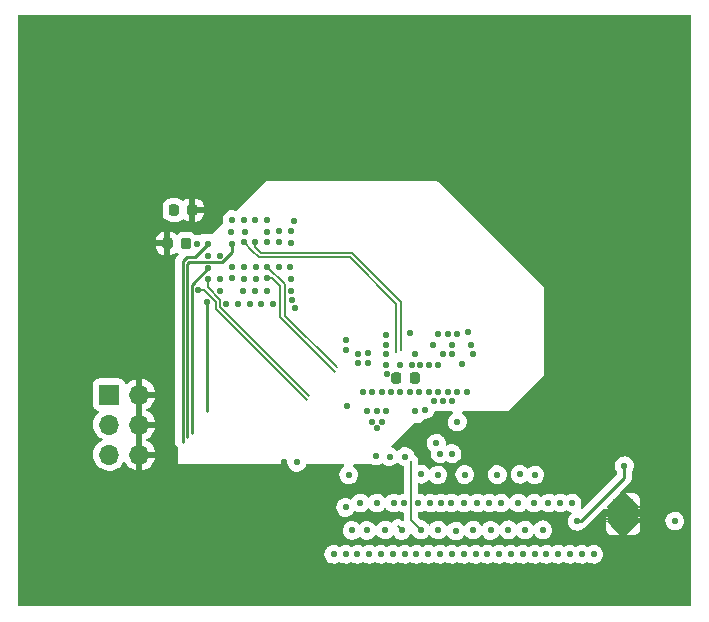
<source format=gbr>
%TF.GenerationSoftware,KiCad,Pcbnew,(5.99.0-3097-g8601b1e63)*%
%TF.CreationDate,2020-09-03T20:39:06+02:00*%
%TF.ProjectId,FD3,4644332e-6b69-4636-9164-5f7063625858,rev?*%
%TF.SameCoordinates,Original*%
%TF.FileFunction,Copper,L6,Bot*%
%TF.FilePolarity,Positive*%
%FSLAX46Y46*%
G04 Gerber Fmt 4.6, Leading zero omitted, Abs format (unit mm)*
G04 Created by KiCad (PCBNEW (5.99.0-3097-g8601b1e63)) date 2020-09-03 20:39:06*
%MOMM*%
%LPD*%
G01*
G04 APERTURE LIST*
%TA.AperFunction,ComponentPad*%
%ADD10R,1.700000X1.700000*%
%TD*%
%TA.AperFunction,ComponentPad*%
%ADD11O,1.700000X1.700000*%
%TD*%
%TA.AperFunction,ComponentPad*%
%ADD12C,0.500000*%
%TD*%
%TA.AperFunction,SMDPad,CuDef*%
%ADD13R,1.800000X2.500000*%
%TD*%
%TA.AperFunction,ViaPad*%
%ADD14C,0.560000*%
%TD*%
%TA.AperFunction,Conductor*%
%ADD15C,0.250000*%
%TD*%
%TA.AperFunction,Conductor*%
%ADD16C,0.244000*%
%TD*%
%TA.AperFunction,Conductor*%
%ADD17C,0.160000*%
%TD*%
%TA.AperFunction,Conductor*%
%ADD18C,0.200000*%
%TD*%
G04 APERTURE END LIST*
D10*
%TO.P,J33,1,Pin_1*%
%TO.N,/fgpa-logic/m0*%
X172712500Y-74100000D03*
D11*
%TO.P,J33,2,Pin_2*%
%TO.N,GND*%
X175252500Y-74100000D03*
%TO.P,J33,3,Pin_3*%
%TO.N,/fgpa-logic/m1*%
X172712500Y-76640000D03*
%TO.P,J33,4,Pin_4*%
%TO.N,GND*%
X175252500Y-76640000D03*
%TO.P,J33,5,Pin_5*%
%TO.N,/fgpa-logic/m2*%
X172712500Y-79180000D03*
%TO.P,J33,6,Pin_6*%
%TO.N,GND*%
X175252500Y-79180000D03*
%TD*%
D12*
%TO.P,U10,9,GND/TPAD*%
%TO.N,GND*%
X215580102Y-83225000D03*
D13*
X216230102Y-84225000D03*
D12*
X216880102Y-85225000D03*
X216880102Y-84225000D03*
X215580102Y-84225000D03*
X216880102Y-83225000D03*
X215580102Y-85225000D03*
%TD*%
%TO.P,C73,1*%
%TO.N,VCCDDR_1.35V*%
%TA.AperFunction,SMDPad,CuDef*%
G36*
G01*
X177747500Y-58736250D02*
X177747500Y-58223750D01*
G75*
G02*
X177966250Y-58005000I218750J0D01*
G01*
X178403750Y-58005000D01*
G75*
G02*
X178622500Y-58223750I0J-218750D01*
G01*
X178622500Y-58736250D01*
G75*
G02*
X178403750Y-58955000I-218750J0D01*
G01*
X177966250Y-58955000D01*
G75*
G02*
X177747500Y-58736250I0J218750D01*
G01*
G37*
%TD.AperFunction*%
%TO.P,C73,2*%
%TO.N,GND*%
%TA.AperFunction,SMDPad,CuDef*%
G36*
G01*
X179322500Y-58736250D02*
X179322500Y-58223750D01*
G75*
G02*
X179541250Y-58005000I218750J0D01*
G01*
X179978750Y-58005000D01*
G75*
G02*
X180197500Y-58223750I0J-218750D01*
G01*
X180197500Y-58736250D01*
G75*
G02*
X179978750Y-58955000I-218750J0D01*
G01*
X179541250Y-58955000D01*
G75*
G02*
X179322500Y-58736250I0J218750D01*
G01*
G37*
%TD.AperFunction*%
%TD*%
%TO.P,C74,1*%
%TO.N,VCCDDR_1.35V*%
%TA.AperFunction,SMDPad,CuDef*%
G36*
G01*
X179655000Y-61043750D02*
X179655000Y-61556250D01*
G75*
G02*
X179436250Y-61775000I-218750J0D01*
G01*
X178998750Y-61775000D01*
G75*
G02*
X178780000Y-61556250I0J218750D01*
G01*
X178780000Y-61043750D01*
G75*
G02*
X178998750Y-60825000I218750J0D01*
G01*
X179436250Y-60825000D01*
G75*
G02*
X179655000Y-61043750I0J-218750D01*
G01*
G37*
%TD.AperFunction*%
%TO.P,C74,2*%
%TO.N,GND*%
%TA.AperFunction,SMDPad,CuDef*%
G36*
G01*
X178080000Y-61043750D02*
X178080000Y-61556250D01*
G75*
G02*
X177861250Y-61775000I-218750J0D01*
G01*
X177423750Y-61775000D01*
G75*
G02*
X177205000Y-61556250I0J218750D01*
G01*
X177205000Y-61043750D01*
G75*
G02*
X177423750Y-60825000I218750J0D01*
G01*
X177861250Y-60825000D01*
G75*
G02*
X178080000Y-61043750I0J-218750D01*
G01*
G37*
%TD.AperFunction*%
%TD*%
%TO.P,R88,1*%
%TO.N,DDR_CK_N*%
%TA.AperFunction,SMDPad,CuDef*%
G36*
G01*
X199037500Y-72443750D02*
X199037500Y-72956250D01*
G75*
G02*
X198818750Y-73175000I-218750J0D01*
G01*
X198381250Y-73175000D01*
G75*
G02*
X198162500Y-72956250I0J218750D01*
G01*
X198162500Y-72443750D01*
G75*
G02*
X198381250Y-72225000I218750J0D01*
G01*
X198818750Y-72225000D01*
G75*
G02*
X199037500Y-72443750I0J-218750D01*
G01*
G37*
%TD.AperFunction*%
%TO.P,R88,2*%
%TO.N,DDR_CK_P*%
%TA.AperFunction,SMDPad,CuDef*%
G36*
G01*
X197462500Y-72443750D02*
X197462500Y-72956250D01*
G75*
G02*
X197243750Y-73175000I-218750J0D01*
G01*
X196806250Y-73175000D01*
G75*
G02*
X196587500Y-72956250I0J218750D01*
G01*
X196587500Y-72443750D01*
G75*
G02*
X196806250Y-72225000I218750J0D01*
G01*
X197243750Y-72225000D01*
G75*
G02*
X197462500Y-72443750I0J-218750D01*
G01*
G37*
%TD.AperFunction*%
%TD*%
D14*
%TO.N,GND*%
X188480000Y-66790000D03*
X183080000Y-63330000D03*
X176040000Y-60290000D03*
X201380000Y-68930000D03*
X203070000Y-68840000D03*
X187500000Y-79800000D03*
X216721033Y-76275000D03*
X199725000Y-77325000D03*
X192770000Y-70290000D03*
X215596033Y-74575000D03*
X196160000Y-69880000D03*
X216196033Y-75350000D03*
X186100000Y-61200000D03*
X195800000Y-76410000D03*
X190000000Y-54000000D03*
X201300000Y-77300000D03*
X183590000Y-66410000D03*
X175070000Y-61330000D03*
%TO.N,VCCDDR_1.35V*%
X202180000Y-76400000D03*
X196210000Y-72350000D03*
X196180000Y-75460000D03*
X200580000Y-68930000D03*
X185110000Y-64310000D03*
X202180000Y-68930000D03*
X180140000Y-61340000D03*
X196160000Y-69070000D03*
X192820000Y-75090000D03*
X200425000Y-78225000D03*
X198590000Y-70670000D03*
X194980000Y-76420000D03*
X188040000Y-63300000D03*
X192780000Y-69450000D03*
X182110000Y-65290000D03*
X184200000Y-60300000D03*
%TO.N,+5V*%
X220600000Y-84800000D03*
%TO.N,VCCDDR_1.35V_VREF*%
X196800000Y-83275000D03*
X192730102Y-87625000D03*
X194730102Y-87625000D03*
X203730102Y-87625000D03*
X210900000Y-83275000D03*
X197670000Y-83290000D03*
X199900000Y-83275000D03*
X213730102Y-87625000D03*
X200730102Y-87625000D03*
X196730102Y-87625000D03*
X198730102Y-87625000D03*
X192750000Y-83650000D03*
X201730102Y-87625000D03*
X210730102Y-87625000D03*
X195730102Y-87625000D03*
X209900000Y-83275000D03*
X212730102Y-87625000D03*
X208730102Y-87625000D03*
X204875000Y-83275000D03*
X193975000Y-83275000D03*
X199730102Y-87625000D03*
X204730102Y-87625000D03*
X211730102Y-87625000D03*
X195350000Y-83275000D03*
X206730102Y-87625000D03*
X203875000Y-83275000D03*
X208675000Y-83275000D03*
X205730102Y-87625000D03*
X207730102Y-87625000D03*
X205875000Y-83275000D03*
X201675000Y-83275000D03*
X211900000Y-83275000D03*
X198900000Y-83275000D03*
X202730102Y-87625000D03*
X200775000Y-83275000D03*
X209730102Y-87625000D03*
X207350000Y-83275000D03*
X197730102Y-87625000D03*
X191730102Y-87625000D03*
X193730102Y-87625000D03*
X202725000Y-83275000D03*
%TO.N,Net-(R42-Pad1)*%
X212330102Y-84825000D03*
X216330102Y-80125000D03*
%TO.N,DDR_NWE*%
X183110000Y-61310000D03*
X198970000Y-73850000D03*
X193000000Y-80900000D03*
%TO.N,DDR_NRAS*%
X197370000Y-73850000D03*
X180990000Y-66270000D03*
X195300000Y-79300000D03*
%TO.N,DDR_A0*%
X199100000Y-85550000D03*
X200570000Y-73850000D03*
X187100000Y-60270000D03*
%TO.N,DDR_A1*%
X205575000Y-80875000D03*
X200980000Y-70670000D03*
X187090000Y-63280000D03*
%TO.N,DDR_A2*%
X188400000Y-59369999D03*
X201750000Y-79100000D03*
X201370000Y-73850000D03*
%TO.N,DDR_A3*%
X200180000Y-74660000D03*
X200750000Y-79100000D03*
X183110000Y-59280000D03*
%TO.N,DDR_A4*%
X201780000Y-69870000D03*
X206500000Y-85550000D03*
X187100000Y-61190000D03*
%TO.N,DDR_A5*%
X184100000Y-59290000D03*
X200970000Y-74670000D03*
X202050000Y-85650000D03*
%TO.N,DDR_A6*%
X207500000Y-80850000D03*
X201780000Y-70670000D03*
X188130000Y-61260000D03*
%TO.N,DDR_A7*%
X185100000Y-59280000D03*
X203525000Y-85575000D03*
X201780000Y-74660000D03*
%TO.N,DDR_A8*%
X209425000Y-85550000D03*
X203361851Y-69885802D03*
X182070000Y-62330000D03*
%TO.N,DDR_A9*%
X202170000Y-73850000D03*
X186090000Y-60300000D03*
X202825000Y-80875000D03*
%TO.N,DDR_A10*%
X199000000Y-71620000D03*
X186600000Y-66450000D03*
X196475000Y-79350000D03*
%TO.N,DDR_A11*%
X202570000Y-71530000D03*
X207900000Y-85575000D03*
X181070000Y-62330000D03*
%TO.N,DDR_A12*%
X188100000Y-65350000D03*
X199125000Y-80850000D03*
X200590000Y-71620000D03*
%TO.N,DDR_A13*%
X202970000Y-73850000D03*
X205025000Y-85600000D03*
X186110000Y-59310000D03*
%TO.N,DDR_A14*%
X188140000Y-60280000D03*
X203475000Y-70625000D03*
X203475000Y-70625000D03*
X208750000Y-80900000D03*
%TO.N,DDR_A15*%
X199760000Y-71620000D03*
X188200000Y-66110000D03*
X196075000Y-85575000D03*
%TO.N,DDR_ODT*%
X195425000Y-76925000D03*
X184130000Y-64340000D03*
X188625000Y-79850000D03*
%TO.N,DDR_CKE*%
X198180000Y-68900000D03*
X193300000Y-85600000D03*
%TO.N,DDR_NCS*%
X181110000Y-61330000D03*
X197775000Y-79350000D03*
X198580000Y-75460000D03*
%TO.N,DDR_NCAS*%
X181100000Y-63380000D03*
X194550000Y-85600000D03*
X198170000Y-73850000D03*
%TO.N,DDR_DQ5*%
X196180000Y-70680000D03*
X185070000Y-65330000D03*
%TO.N,DDR_DQ6*%
X182100000Y-64340000D03*
X195380000Y-75460000D03*
%TO.N,DDR_DQ0*%
X184070000Y-65290000D03*
X194170000Y-73850000D03*
%TO.N,DDR_DQ3*%
X194640000Y-70610000D03*
X186110000Y-65310000D03*
%TO.N,DDR_BA1*%
X185120000Y-63320000D03*
X200160000Y-69870000D03*
X197500000Y-85600000D03*
%TO.N,DDR_DQ4*%
X183100000Y-64200000D03*
X196570000Y-73850000D03*
%TO.N,DDR_BA2*%
X200525000Y-80900000D03*
X184100000Y-63270000D03*
X199770000Y-73850000D03*
%TO.N,DDR_DQ2*%
X194580000Y-75460000D03*
X182610000Y-66450000D03*
%TO.N,DDR_DQ1*%
X194610000Y-71460000D03*
X185600000Y-66460000D03*
%TO.N,DDR_DQ7*%
X196190000Y-71560000D03*
X184600000Y-66440000D03*
%TO.N,DDR_BA0*%
X188080000Y-64330000D03*
X199480000Y-75370000D03*
X200550000Y-85575000D03*
%TO.N,DDR_CK_P*%
X184100000Y-61190000D03*
X197370000Y-71630000D03*
%TO.N,DDR_CK_N*%
X198320000Y-71620000D03*
X185100000Y-61200000D03*
%TO.N,DDR_DQS_P*%
X181050000Y-64340000D03*
X194970000Y-73850000D03*
%TO.N,DDR_DQS_N*%
X195770000Y-73850000D03*
X180200000Y-65260000D03*
%TO.N,Net-(U11-PadU6)*%
X183060000Y-60350000D03*
%TO.N,DDR_TDQS_N*%
X193790000Y-71460000D03*
X186090000Y-64220000D03*
%TO.N,DDR_TDQS_P*%
X186110000Y-63300000D03*
X193780000Y-70660000D03*
%TD*%
D15*
%TO.N,GND*%
X175070000Y-61330000D02*
X175070000Y-61260000D01*
X175100000Y-61300000D02*
X175070000Y-61330000D01*
X177642500Y-61300000D02*
X175100000Y-61300000D01*
X175070000Y-61260000D02*
X176040000Y-60290000D01*
%TO.N,Net-(R42-Pad1)*%
X212330102Y-84825000D02*
X212630102Y-84825000D01*
X212630102Y-84825000D02*
X216330102Y-81125000D01*
X216330102Y-81125000D02*
X216330102Y-80125000D01*
D16*
%TO.N,DDR_NWE*%
X182264963Y-62877999D02*
X183110000Y-62032962D01*
X179310000Y-77720000D02*
X179310000Y-63040000D01*
X183110000Y-62032962D02*
X183110000Y-61310000D01*
X179472001Y-62877999D02*
X182264963Y-62877999D01*
X179310000Y-63040000D02*
X179472001Y-62877999D01*
%TO.N,DDR_NRAS*%
X180990000Y-66270000D02*
X180990000Y-75460000D01*
D17*
%TO.N,DDR_A0*%
X199100000Y-85550000D02*
X198300000Y-84750000D01*
X198300000Y-84750000D02*
X198300000Y-79743002D01*
D16*
%TO.N,DDR_NCS*%
X178930000Y-62811040D02*
X179311040Y-62430000D01*
X179311040Y-62430000D02*
X180010000Y-62430000D01*
X180010000Y-62430000D02*
X181110000Y-61330000D01*
X178930000Y-78110000D02*
X178930000Y-62811040D01*
%TO.N,DDR_NCAS*%
X181100000Y-63380000D02*
X179697999Y-64782001D01*
X179697999Y-64782001D02*
X179697999Y-77367999D01*
D17*
%TO.N,DDR_BA1*%
X197150001Y-85250001D02*
X197500000Y-85600000D01*
D18*
%TO.N,DDR_CK_P*%
X184817158Y-61907158D02*
X185400000Y-62490000D01*
X197020000Y-66422844D02*
X193087156Y-62490000D01*
X197020000Y-70522844D02*
X197020000Y-66422844D01*
X193087156Y-62490000D02*
X185400000Y-62490000D01*
X184100000Y-61190000D02*
X184817158Y-61907158D01*
%TO.N,DDR_CK_N*%
X193252844Y-62090000D02*
X185565686Y-62090000D01*
X185100000Y-61624314D02*
X185565686Y-62090000D01*
X197420000Y-70357156D02*
X197420000Y-66257156D01*
X185100000Y-61200000D02*
X185100000Y-61624314D01*
X197420000Y-66257156D02*
X193252844Y-62090000D01*
%TO.N,DDR_DQS_P*%
X182129999Y-66057156D02*
X181050000Y-64977157D01*
X189639599Y-74190001D02*
X182129999Y-66680401D01*
X181050000Y-64977157D02*
X181050000Y-64340000D01*
X182129999Y-66680401D02*
X182129999Y-66057156D01*
%TO.N,DDR_DQS_N*%
X189473918Y-74589992D02*
X181730008Y-66846082D01*
X181730008Y-66846082D02*
X181730008Y-66222851D01*
X180767157Y-65260000D02*
X180200000Y-65260000D01*
X181730008Y-66222851D02*
X180767157Y-65260000D01*
%TO.N,DDR_TDQS_N*%
X187170000Y-67572844D02*
X191797156Y-72200000D01*
X187170000Y-64925686D02*
X187170000Y-67572844D01*
X186464314Y-64220000D02*
X187170000Y-64925686D01*
X186090000Y-64220000D02*
X186464314Y-64220000D01*
%TO.N,DDR_TDQS_P*%
X187570000Y-64760000D02*
X186110000Y-63300000D01*
X191962844Y-71800000D02*
X187570000Y-67407156D01*
X187570000Y-67407156D02*
X187570000Y-64760000D01*
%TD*%
%TA.AperFunction,Conductor*%
%TO.N,GND*%
G36*
X222000000Y-92000000D02*
G01*
X165000000Y-92000000D01*
X165000000Y-87616661D01*
X190933728Y-87616661D01*
X190960821Y-87831126D01*
X190960822Y-87831128D01*
X191044592Y-88030409D01*
X191178867Y-88199822D01*
X191353755Y-88326885D01*
X191556369Y-88402237D01*
X191771783Y-88420326D01*
X191984127Y-88379819D01*
X192177755Y-88283701D01*
X192247003Y-88249326D01*
X192353756Y-88326886D01*
X192556367Y-88402237D01*
X192771783Y-88420326D01*
X192984127Y-88379819D01*
X193177755Y-88283701D01*
X193247003Y-88249326D01*
X193353756Y-88326886D01*
X193556367Y-88402237D01*
X193771783Y-88420326D01*
X193984127Y-88379819D01*
X194177755Y-88283701D01*
X194247003Y-88249326D01*
X194353756Y-88326886D01*
X194556367Y-88402237D01*
X194771783Y-88420326D01*
X194984127Y-88379819D01*
X195177755Y-88283701D01*
X195247003Y-88249326D01*
X195353756Y-88326886D01*
X195556367Y-88402237D01*
X195771783Y-88420326D01*
X195984127Y-88379819D01*
X196177755Y-88283701D01*
X196247003Y-88249326D01*
X196353756Y-88326886D01*
X196556367Y-88402237D01*
X196771783Y-88420326D01*
X196984127Y-88379819D01*
X197177755Y-88283701D01*
X197247003Y-88249326D01*
X197353756Y-88326886D01*
X197556367Y-88402237D01*
X197771783Y-88420326D01*
X197984127Y-88379819D01*
X198177755Y-88283701D01*
X198247003Y-88249326D01*
X198353756Y-88326886D01*
X198556367Y-88402237D01*
X198771783Y-88420326D01*
X198984127Y-88379819D01*
X199177755Y-88283701D01*
X199247003Y-88249326D01*
X199353756Y-88326886D01*
X199556367Y-88402237D01*
X199771783Y-88420326D01*
X199984127Y-88379819D01*
X200177755Y-88283701D01*
X200247003Y-88249326D01*
X200353756Y-88326886D01*
X200556367Y-88402237D01*
X200771783Y-88420326D01*
X200984127Y-88379819D01*
X201177755Y-88283701D01*
X201247003Y-88249326D01*
X201353756Y-88326886D01*
X201556367Y-88402237D01*
X201771783Y-88420326D01*
X201984127Y-88379819D01*
X202177755Y-88283701D01*
X202247003Y-88249326D01*
X202353756Y-88326886D01*
X202556367Y-88402237D01*
X202771783Y-88420326D01*
X202984127Y-88379819D01*
X203177755Y-88283701D01*
X203247003Y-88249326D01*
X203353756Y-88326886D01*
X203556367Y-88402237D01*
X203771783Y-88420326D01*
X203984127Y-88379819D01*
X204177755Y-88283701D01*
X204247003Y-88249326D01*
X204353756Y-88326886D01*
X204556367Y-88402237D01*
X204771783Y-88420326D01*
X204984127Y-88379819D01*
X205177755Y-88283701D01*
X205247003Y-88249326D01*
X205353756Y-88326886D01*
X205556367Y-88402237D01*
X205771783Y-88420326D01*
X205984127Y-88379819D01*
X206177755Y-88283701D01*
X206247003Y-88249326D01*
X206353756Y-88326886D01*
X206556367Y-88402237D01*
X206771783Y-88420326D01*
X206984127Y-88379819D01*
X207177755Y-88283701D01*
X207247003Y-88249326D01*
X207353756Y-88326886D01*
X207556367Y-88402237D01*
X207771783Y-88420326D01*
X207984127Y-88379819D01*
X208177755Y-88283701D01*
X208247003Y-88249326D01*
X208353756Y-88326886D01*
X208556367Y-88402237D01*
X208771783Y-88420326D01*
X208984127Y-88379819D01*
X209177755Y-88283701D01*
X209247003Y-88249326D01*
X209353756Y-88326886D01*
X209556367Y-88402237D01*
X209771783Y-88420326D01*
X209984127Y-88379819D01*
X210177755Y-88283701D01*
X210247003Y-88249326D01*
X210353756Y-88326886D01*
X210556367Y-88402237D01*
X210771783Y-88420326D01*
X210984127Y-88379819D01*
X211177755Y-88283701D01*
X211247003Y-88249326D01*
X211353756Y-88326886D01*
X211556367Y-88402237D01*
X211771783Y-88420326D01*
X211984127Y-88379819D01*
X212177755Y-88283701D01*
X212247003Y-88249326D01*
X212353756Y-88326886D01*
X212556367Y-88402237D01*
X212771783Y-88420326D01*
X212984127Y-88379819D01*
X213177755Y-88283701D01*
X213247003Y-88249326D01*
X213353756Y-88326886D01*
X213556367Y-88402237D01*
X213771783Y-88420326D01*
X213984125Y-88379820D01*
X213985507Y-88379134D01*
X214177755Y-88283701D01*
X214338402Y-88139053D01*
X214454233Y-87956533D01*
X214516714Y-87749587D01*
X214519150Y-87516914D01*
X214519150Y-87516913D01*
X214461018Y-87308706D01*
X214349034Y-87123799D01*
X214191451Y-86975818D01*
X213999879Y-86875667D01*
X213788430Y-86830722D01*
X213788426Y-86830722D01*
X213572684Y-86844294D01*
X213368536Y-86915387D01*
X213242892Y-87002711D01*
X213191452Y-86975819D01*
X213191451Y-86975818D01*
X212999879Y-86875667D01*
X212788430Y-86830722D01*
X212788426Y-86830722D01*
X212572684Y-86844294D01*
X212368536Y-86915387D01*
X212242892Y-87002711D01*
X212191452Y-86975819D01*
X212191451Y-86975818D01*
X211999879Y-86875667D01*
X211788430Y-86830722D01*
X211788426Y-86830722D01*
X211572684Y-86844294D01*
X211368536Y-86915387D01*
X211242892Y-87002711D01*
X211191452Y-86975819D01*
X211191451Y-86975818D01*
X210999879Y-86875667D01*
X210788430Y-86830722D01*
X210788426Y-86830722D01*
X210572684Y-86844294D01*
X210368536Y-86915387D01*
X210242892Y-87002711D01*
X210191452Y-86975819D01*
X210191451Y-86975818D01*
X209999879Y-86875667D01*
X209788430Y-86830722D01*
X209788426Y-86830722D01*
X209572684Y-86844294D01*
X209368536Y-86915387D01*
X209242892Y-87002711D01*
X209191452Y-86975819D01*
X209191451Y-86975818D01*
X208999879Y-86875667D01*
X208788430Y-86830722D01*
X208788426Y-86830722D01*
X208572684Y-86844294D01*
X208368536Y-86915387D01*
X208242892Y-87002711D01*
X208191452Y-86975819D01*
X208191451Y-86975818D01*
X207999879Y-86875667D01*
X207788430Y-86830722D01*
X207788426Y-86830722D01*
X207572684Y-86844294D01*
X207368536Y-86915387D01*
X207242892Y-87002711D01*
X207191452Y-86975819D01*
X207191451Y-86975818D01*
X206999879Y-86875667D01*
X206788430Y-86830722D01*
X206788426Y-86830722D01*
X206572684Y-86844294D01*
X206368536Y-86915387D01*
X206242892Y-87002711D01*
X206191452Y-86975819D01*
X206191451Y-86975818D01*
X205999879Y-86875667D01*
X205788430Y-86830722D01*
X205788426Y-86830722D01*
X205572684Y-86844294D01*
X205368536Y-86915387D01*
X205242892Y-87002711D01*
X205191452Y-86975819D01*
X205191451Y-86975818D01*
X204999879Y-86875667D01*
X204788430Y-86830722D01*
X204788426Y-86830722D01*
X204572684Y-86844294D01*
X204368536Y-86915387D01*
X204242892Y-87002711D01*
X204191452Y-86975819D01*
X204191451Y-86975818D01*
X203999879Y-86875667D01*
X203788430Y-86830722D01*
X203788426Y-86830722D01*
X203572684Y-86844294D01*
X203368536Y-86915387D01*
X203242892Y-87002711D01*
X203191452Y-86975819D01*
X203191451Y-86975818D01*
X202999879Y-86875667D01*
X202788430Y-86830722D01*
X202788426Y-86830722D01*
X202572684Y-86844294D01*
X202368536Y-86915387D01*
X202242892Y-87002711D01*
X202191452Y-86975819D01*
X202191451Y-86975818D01*
X201999879Y-86875667D01*
X201788430Y-86830722D01*
X201788426Y-86830722D01*
X201572684Y-86844294D01*
X201368536Y-86915387D01*
X201242892Y-87002711D01*
X201191452Y-86975819D01*
X201191451Y-86975818D01*
X200999879Y-86875667D01*
X200788430Y-86830722D01*
X200788426Y-86830722D01*
X200572684Y-86844294D01*
X200368536Y-86915387D01*
X200242892Y-87002711D01*
X200191452Y-86975819D01*
X200191451Y-86975818D01*
X199999879Y-86875667D01*
X199788430Y-86830722D01*
X199788426Y-86830722D01*
X199572684Y-86844294D01*
X199368536Y-86915387D01*
X199242892Y-87002711D01*
X199191452Y-86975819D01*
X199191451Y-86975818D01*
X198999879Y-86875667D01*
X198788430Y-86830722D01*
X198788426Y-86830722D01*
X198572684Y-86844294D01*
X198368536Y-86915387D01*
X198242892Y-87002711D01*
X198191452Y-86975819D01*
X198191451Y-86975818D01*
X197999879Y-86875667D01*
X197788430Y-86830722D01*
X197788426Y-86830722D01*
X197572684Y-86844294D01*
X197368536Y-86915387D01*
X197242892Y-87002711D01*
X197191452Y-86975819D01*
X197191451Y-86975818D01*
X196999879Y-86875667D01*
X196788430Y-86830722D01*
X196788426Y-86830722D01*
X196572684Y-86844294D01*
X196368536Y-86915387D01*
X196242892Y-87002711D01*
X196191452Y-86975819D01*
X196191451Y-86975818D01*
X195999879Y-86875667D01*
X195788430Y-86830722D01*
X195788426Y-86830722D01*
X195572684Y-86844294D01*
X195368536Y-86915387D01*
X195242892Y-87002711D01*
X195191452Y-86975819D01*
X195191451Y-86975818D01*
X194999879Y-86875667D01*
X194788430Y-86830722D01*
X194788426Y-86830722D01*
X194572684Y-86844294D01*
X194368536Y-86915387D01*
X194242892Y-87002711D01*
X194191452Y-86975819D01*
X194191451Y-86975818D01*
X193999879Y-86875667D01*
X193788430Y-86830722D01*
X193788426Y-86830722D01*
X193572684Y-86844294D01*
X193368536Y-86915387D01*
X193242892Y-87002711D01*
X193191452Y-86975819D01*
X193191451Y-86975818D01*
X192999879Y-86875667D01*
X192788430Y-86830722D01*
X192788426Y-86830722D01*
X192572684Y-86844294D01*
X192368536Y-86915387D01*
X192242892Y-87002711D01*
X192191452Y-86975819D01*
X192191451Y-86975818D01*
X191999879Y-86875667D01*
X191788430Y-86830722D01*
X191788426Y-86830722D01*
X191572684Y-86844294D01*
X191368538Y-86915386D01*
X191368537Y-86915387D01*
X191368536Y-86915387D01*
X191191026Y-87038760D01*
X191120676Y-87123799D01*
X191053231Y-87205326D01*
X190965308Y-87402808D01*
X190933728Y-87616661D01*
X165000000Y-87616661D01*
X165000000Y-73250001D01*
X171346663Y-73250001D01*
X171346663Y-74949999D01*
X171415772Y-75207919D01*
X171530926Y-75345155D01*
X171686072Y-75434728D01*
X171693282Y-75435999D01*
X171711410Y-75439196D01*
X171775021Y-75470722D01*
X171811491Y-75531635D01*
X171809239Y-75602596D01*
X171779862Y-75651122D01*
X171658580Y-75775839D01*
X171528045Y-75965768D01*
X171431378Y-76174975D01*
X171371342Y-76397479D01*
X171351619Y-76606128D01*
X171349654Y-76626920D01*
X171366932Y-76856728D01*
X171422686Y-77080345D01*
X171515320Y-77291369D01*
X171642183Y-77483768D01*
X171799653Y-77652044D01*
X171927225Y-77748876D01*
X171983221Y-77791379D01*
X172174991Y-77891208D01*
X171907119Y-78086544D01*
X171819249Y-78150620D01*
X171658580Y-78315839D01*
X171528045Y-78505768D01*
X171431378Y-78714975D01*
X171371342Y-78937479D01*
X171362246Y-79033705D01*
X171349654Y-79166920D01*
X171366932Y-79396728D01*
X171422686Y-79620345D01*
X171515320Y-79831369D01*
X171632249Y-80008701D01*
X171642184Y-80023769D01*
X171796221Y-80188376D01*
X171799653Y-80192044D01*
X171983223Y-80331381D01*
X172187641Y-80437794D01*
X172407070Y-80508245D01*
X172635232Y-80540717D01*
X172635233Y-80540717D01*
X172865604Y-80534282D01*
X173091597Y-80489124D01*
X173091598Y-80489124D01*
X173091601Y-80489123D01*
X173306750Y-80406535D01*
X173433749Y-80331128D01*
X173504913Y-80288874D01*
X173679385Y-80140387D01*
X173680417Y-80139509D01*
X173709422Y-80104820D01*
X173795488Y-80001885D01*
X173828248Y-79962705D01*
X173917877Y-79808706D01*
X173944173Y-79763525D01*
X173944174Y-79763523D01*
X173975310Y-79710025D01*
X174182183Y-80023768D01*
X174339653Y-80192044D01*
X174523223Y-80331381D01*
X174727641Y-80437794D01*
X174947071Y-80508245D01*
X174998500Y-80515564D01*
X174998500Y-79434000D01*
X175506500Y-79434000D01*
X175506500Y-80514122D01*
X175631596Y-80489125D01*
X175846750Y-80406535D01*
X176044912Y-80288874D01*
X176220417Y-80139509D01*
X176368248Y-79962705D01*
X176484174Y-79763523D01*
X176564883Y-79547660D01*
X176586565Y-79434000D01*
X175506500Y-79434000D01*
X174998500Y-79434000D01*
X174998500Y-76894000D01*
X175506500Y-76894000D01*
X175506500Y-78926000D01*
X176586808Y-78926000D01*
X176571698Y-78837600D01*
X176495149Y-78620226D01*
X176383069Y-78418860D01*
X176238658Y-78239247D01*
X176066058Y-78086544D01*
X175777516Y-77907642D01*
X176044910Y-77748876D01*
X176220417Y-77599509D01*
X176368248Y-77422705D01*
X176484174Y-77223523D01*
X176564883Y-77007660D01*
X176586565Y-76894000D01*
X175506500Y-76894000D01*
X174998500Y-76894000D01*
X174998500Y-74354000D01*
X175506500Y-74354000D01*
X175506500Y-76386000D01*
X176586808Y-76386000D01*
X176571698Y-76297600D01*
X176495149Y-76080226D01*
X176383069Y-75878860D01*
X176238658Y-75699247D01*
X176066058Y-75546544D01*
X175777516Y-75367642D01*
X176044910Y-75208876D01*
X176220417Y-75059509D01*
X176368248Y-74882705D01*
X176484174Y-74683523D01*
X176564883Y-74467660D01*
X176586565Y-74354000D01*
X175506500Y-74354000D01*
X174998500Y-74354000D01*
X174998500Y-73846000D01*
X175506500Y-73846000D01*
X176586808Y-73846000D01*
X176571698Y-73757600D01*
X176495149Y-73540226D01*
X176383069Y-73338860D01*
X176238658Y-73159247D01*
X176066058Y-73006544D01*
X175870188Y-72885101D01*
X175656658Y-72798395D01*
X175506500Y-72765381D01*
X175506500Y-73846000D01*
X174998500Y-73846000D01*
X174998500Y-72762960D01*
X174972628Y-72766137D01*
X174751885Y-72832363D01*
X174545460Y-72934833D01*
X174359246Y-73070624D01*
X174255967Y-73176826D01*
X174194136Y-73211718D01*
X174123256Y-73207642D01*
X174065832Y-73165892D01*
X174043931Y-73121597D01*
X174009228Y-72992082D01*
X174009228Y-72992081D01*
X173894074Y-72854845D01*
X173738928Y-72765272D01*
X173650714Y-72749718D01*
X173562500Y-72734163D01*
X171862500Y-72734163D01*
X171755028Y-72762960D01*
X171604581Y-72803272D01*
X171467345Y-72918426D01*
X171377772Y-73073572D01*
X171346663Y-73250001D01*
X165000000Y-73250001D01*
X165000000Y-61588710D01*
X176691776Y-61588710D01*
X176751259Y-61862145D01*
X176865403Y-62039758D01*
X177024966Y-62178020D01*
X177217020Y-62265728D01*
X177373484Y-62288224D01*
X177388500Y-62288224D01*
X177388501Y-61554000D01*
X176691776Y-61553999D01*
X176691776Y-61588710D01*
X165000000Y-61588710D01*
X165000000Y-60993484D01*
X176691776Y-60993484D01*
X176691776Y-61046000D01*
X177388500Y-61046001D01*
X177896499Y-61046001D01*
X177896500Y-61046001D01*
X177896499Y-62287617D01*
X178167146Y-62228741D01*
X178344758Y-62114597D01*
X178422816Y-62024513D01*
X178440397Y-62039748D01*
X178440404Y-62039759D01*
X178526431Y-62114302D01*
X178637834Y-62210839D01*
X178413147Y-62435526D01*
X178390319Y-62480329D01*
X178360768Y-62521002D01*
X178345232Y-62568818D01*
X178322404Y-62613620D01*
X178314538Y-62663279D01*
X178299001Y-62711098D01*
X178299001Y-62761382D01*
X178299000Y-78159657D01*
X178322403Y-78307419D01*
X178395469Y-78450818D01*
X178413148Y-78485515D01*
X178500000Y-78572369D01*
X178500000Y-80000000D01*
X187832126Y-80000000D01*
X187855720Y-80056127D01*
X187855720Y-80056128D01*
X187939490Y-80255409D01*
X188073765Y-80424822D01*
X188248653Y-80551885D01*
X188390990Y-80604820D01*
X188451267Y-80627237D01*
X188666681Y-80645326D01*
X188879023Y-80604820D01*
X188898001Y-80595399D01*
X189072653Y-80508701D01*
X189233300Y-80364053D01*
X189349131Y-80181533D01*
X189403939Y-80000000D01*
X192510299Y-80000000D01*
X192578420Y-80020002D01*
X192624913Y-80073658D01*
X192635017Y-80143932D01*
X192582210Y-80229464D01*
X192460924Y-80313760D01*
X192342812Y-80456533D01*
X192323129Y-80480326D01*
X192288233Y-80558705D01*
X192246337Y-80652808D01*
X192235206Y-80677808D01*
X192203626Y-80891661D01*
X192230719Y-81106126D01*
X192230720Y-81106128D01*
X192314490Y-81305409D01*
X192448765Y-81474822D01*
X192623653Y-81601885D01*
X192765990Y-81654820D01*
X192826267Y-81677237D01*
X193041681Y-81695326D01*
X193254023Y-81654820D01*
X193309588Y-81627237D01*
X193447653Y-81558701D01*
X193608300Y-81414053D01*
X193724131Y-81231533D01*
X193786612Y-81024587D01*
X193789048Y-80791914D01*
X193782068Y-80766913D01*
X193730916Y-80583706D01*
X193618932Y-80398799D01*
X193581929Y-80364051D01*
X193461349Y-80250818D01*
X193436182Y-80237661D01*
X193385081Y-80188376D01*
X193368737Y-80119286D01*
X193392341Y-80052328D01*
X193448397Y-80008760D01*
X193494558Y-80000000D01*
X194918584Y-80000000D01*
X195126265Y-80077237D01*
X195341681Y-80095326D01*
X195554023Y-80054820D01*
X195747653Y-79958701D01*
X195806788Y-79905455D01*
X195847123Y-79869137D01*
X195923763Y-79924820D01*
X195923765Y-79924822D01*
X196098653Y-80051885D01*
X196301267Y-80127237D01*
X196516681Y-80145326D01*
X196729023Y-80104820D01*
X196748148Y-80095326D01*
X196922653Y-80008701D01*
X197083300Y-79864053D01*
X197083301Y-79864052D01*
X197137162Y-79815555D01*
X197223765Y-79924822D01*
X197398653Y-80051885D01*
X197458761Y-80074239D01*
X197601268Y-80127238D01*
X197711001Y-80136455D01*
X197711000Y-82496812D01*
X197512582Y-82509294D01*
X197308436Y-82580386D01*
X197308435Y-82580387D01*
X197308434Y-82580387D01*
X197250915Y-82620364D01*
X197241449Y-82615415D01*
X197174444Y-82580386D01*
X197069777Y-82525667D01*
X196858328Y-82480722D01*
X196858325Y-82480722D01*
X196642582Y-82494294D01*
X196438436Y-82565386D01*
X196438435Y-82565387D01*
X196438434Y-82565387D01*
X196260924Y-82688760D01*
X196260923Y-82688761D01*
X196062610Y-82928480D01*
X195968932Y-82773799D01*
X195811349Y-82625818D01*
X195619777Y-82525667D01*
X195408328Y-82480722D01*
X195408324Y-82480722D01*
X195192582Y-82494294D01*
X194988436Y-82565386D01*
X194988435Y-82565387D01*
X194988434Y-82565387D01*
X194810924Y-82688760D01*
X194810923Y-82688761D01*
X194676460Y-82851298D01*
X194549833Y-82732387D01*
X194436349Y-82625818D01*
X194244777Y-82525667D01*
X194033328Y-82480722D01*
X194033324Y-82480722D01*
X193817582Y-82494294D01*
X193613436Y-82565386D01*
X193613435Y-82565387D01*
X193613434Y-82565387D01*
X193435924Y-82688760D01*
X193435923Y-82688761D01*
X193383867Y-82751686D01*
X193298131Y-82855323D01*
X193229199Y-83010148D01*
X193019779Y-82900668D01*
X193019777Y-82900667D01*
X192808328Y-82855722D01*
X192808324Y-82855722D01*
X192592582Y-82869294D01*
X192388436Y-82940386D01*
X192388435Y-82940387D01*
X192388434Y-82940387D01*
X192210924Y-83063760D01*
X192105529Y-83191161D01*
X192073129Y-83230326D01*
X192020487Y-83348565D01*
X191997771Y-83399587D01*
X191985206Y-83427808D01*
X191953626Y-83641661D01*
X191980719Y-83856126D01*
X191980720Y-83856128D01*
X192064490Y-84055409D01*
X192198765Y-84224822D01*
X192373653Y-84351885D01*
X192576267Y-84427237D01*
X192791681Y-84445326D01*
X193004023Y-84404820D01*
X193005405Y-84404134D01*
X193197653Y-84308701D01*
X193358300Y-84164053D01*
X193474131Y-83981533D01*
X193474133Y-83981528D01*
X193500293Y-83940305D01*
X193801265Y-84052237D01*
X194016681Y-84070326D01*
X194229023Y-84029820D01*
X194250227Y-84019294D01*
X194422653Y-83933701D01*
X194583300Y-83789053D01*
X194583300Y-83789052D01*
X194680928Y-83701148D01*
X194798765Y-83849822D01*
X194973653Y-83976885D01*
X195176267Y-84052237D01*
X195391681Y-84070326D01*
X195604023Y-84029820D01*
X195625227Y-84019294D01*
X195797653Y-83933701D01*
X195958300Y-83789053D01*
X195998950Y-83725000D01*
X196066040Y-83619282D01*
X196182430Y-83766128D01*
X196248765Y-83849822D01*
X196423653Y-83976885D01*
X196604912Y-84044295D01*
X196626267Y-84052237D01*
X196841681Y-84070326D01*
X197054025Y-84029819D01*
X197227405Y-83943754D01*
X197293653Y-83991885D01*
X197492677Y-84065902D01*
X197496267Y-84067237D01*
X197711000Y-84085269D01*
X197711000Y-84682260D01*
X197690998Y-84750381D01*
X197637342Y-84796874D01*
X197567068Y-84806978D01*
X197510939Y-84784196D01*
X197506158Y-84780722D01*
X197420733Y-84718657D01*
X197243289Y-84661003D01*
X197056713Y-84661003D01*
X196879269Y-84718657D01*
X196728325Y-84828325D01*
X196624144Y-84971717D01*
X196536352Y-84925820D01*
X196536349Y-84925818D01*
X196344777Y-84825667D01*
X196133328Y-84780722D01*
X196133324Y-84780722D01*
X195917582Y-84794294D01*
X195713436Y-84865386D01*
X195713435Y-84865387D01*
X195713434Y-84865387D01*
X195571893Y-84963761D01*
X195535923Y-84988761D01*
X195285567Y-85291388D01*
X195280916Y-85283708D01*
X195280915Y-85283705D01*
X195168932Y-85098799D01*
X195011349Y-84950818D01*
X194819777Y-84850667D01*
X194608328Y-84805722D01*
X194608324Y-84805722D01*
X194392582Y-84819294D01*
X194188436Y-84890386D01*
X194188435Y-84890387D01*
X194188434Y-84890387D01*
X194010924Y-85013760D01*
X194010923Y-85013761D01*
X194010919Y-85013764D01*
X193931105Y-85110230D01*
X193881619Y-85063760D01*
X193761349Y-84950818D01*
X193569777Y-84850667D01*
X193358328Y-84805722D01*
X193358324Y-84805722D01*
X193142582Y-84819294D01*
X192938436Y-84890386D01*
X192938435Y-84890387D01*
X192938434Y-84890387D01*
X192760924Y-85013760D01*
X192647852Y-85150441D01*
X192623129Y-85180326D01*
X192577558Y-85282683D01*
X192535910Y-85376227D01*
X192535206Y-85377808D01*
X192503626Y-85591661D01*
X192530719Y-85806126D01*
X192530720Y-85806128D01*
X192614490Y-86005409D01*
X192748765Y-86174822D01*
X192923653Y-86301885D01*
X193065990Y-86354820D01*
X193126267Y-86377237D01*
X193341681Y-86395326D01*
X193554023Y-86354820D01*
X193609588Y-86327237D01*
X193747653Y-86258701D01*
X193896340Y-86124822D01*
X193911347Y-86111310D01*
X193998765Y-86174822D01*
X194173653Y-86301885D01*
X194315990Y-86354820D01*
X194376267Y-86377237D01*
X194591681Y-86395326D01*
X194804023Y-86354820D01*
X194859588Y-86327237D01*
X194997653Y-86258701D01*
X195158300Y-86114053D01*
X195190032Y-86064052D01*
X195308202Y-85877848D01*
X195389489Y-85980407D01*
X195389490Y-85980409D01*
X195523765Y-86149822D01*
X195698653Y-86276885D01*
X195901267Y-86352237D01*
X196116681Y-86370326D01*
X196329023Y-86329820D01*
X196334226Y-86327237D01*
X196522653Y-86233701D01*
X196683300Y-86089053D01*
X196736382Y-86005410D01*
X196771114Y-85950682D01*
X196814490Y-86005409D01*
X196948765Y-86174822D01*
X197123653Y-86301885D01*
X197265990Y-86354820D01*
X197326267Y-86377237D01*
X197541681Y-86395326D01*
X197754023Y-86354820D01*
X197809588Y-86327237D01*
X197947653Y-86258701D01*
X198108300Y-86114053D01*
X198140032Y-86064052D01*
X198300362Y-85811415D01*
X198414490Y-85955409D01*
X198548765Y-86124822D01*
X198723653Y-86251885D01*
X198865990Y-86304820D01*
X198926267Y-86327237D01*
X199141681Y-86345326D01*
X199354023Y-86304820D01*
X199359935Y-86301885D01*
X199547653Y-86208701D01*
X199708300Y-86064053D01*
X199708301Y-86064052D01*
X199807232Y-85908166D01*
X199864489Y-85980406D01*
X199864490Y-85980409D01*
X199998765Y-86149822D01*
X200173653Y-86276885D01*
X200376267Y-86352237D01*
X200591681Y-86370326D01*
X200804023Y-86329820D01*
X200809226Y-86327237D01*
X200997653Y-86233701D01*
X201158300Y-86089053D01*
X201211382Y-86005410D01*
X201261842Y-85925899D01*
X201364490Y-86055409D01*
X201498765Y-86224822D01*
X201673653Y-86351885D01*
X201876267Y-86427237D01*
X202091681Y-86445326D01*
X202304023Y-86404820D01*
X202359588Y-86377237D01*
X202497653Y-86308701D01*
X202658300Y-86164053D01*
X202667332Y-86149822D01*
X202705896Y-86089054D01*
X202774131Y-85981533D01*
X202774132Y-85981531D01*
X202803589Y-85935113D01*
X202839490Y-85980409D01*
X202973765Y-86149822D01*
X203148653Y-86276885D01*
X203290990Y-86329820D01*
X203351267Y-86352237D01*
X203566681Y-86370326D01*
X203779023Y-86329820D01*
X203784226Y-86327237D01*
X203972653Y-86233701D01*
X204133300Y-86089053D01*
X204249131Y-85906533D01*
X204249132Y-85906530D01*
X204254462Y-85898131D01*
X204453950Y-86149822D01*
X204473765Y-86174822D01*
X204648653Y-86301885D01*
X204851267Y-86377237D01*
X205066681Y-86395326D01*
X205279023Y-86354820D01*
X205334588Y-86327237D01*
X205472653Y-86258701D01*
X205633300Y-86114053D01*
X205665033Y-86064051D01*
X205733979Y-85955409D01*
X205749131Y-85931533D01*
X205749131Y-85931532D01*
X205769778Y-85898998D01*
X205940229Y-86114052D01*
X205948765Y-86124822D01*
X206123653Y-86251885D01*
X206265990Y-86304820D01*
X206326267Y-86327237D01*
X206541681Y-86345326D01*
X206754023Y-86304820D01*
X206759935Y-86301885D01*
X206947653Y-86208701D01*
X207108300Y-86064053D01*
X207108301Y-86064052D01*
X207208954Y-85973423D01*
X207214489Y-85980406D01*
X207214490Y-85980409D01*
X207348765Y-86149822D01*
X207523653Y-86276885D01*
X207726267Y-86352237D01*
X207941681Y-86370326D01*
X208154023Y-86329820D01*
X208159226Y-86327237D01*
X208347653Y-86233701D01*
X208508300Y-86089053D01*
X208561382Y-86005410D01*
X208658202Y-85852848D01*
X208739489Y-85955407D01*
X208739490Y-85955409D01*
X208873765Y-86124822D01*
X209048653Y-86251885D01*
X209251267Y-86327237D01*
X209466681Y-86345326D01*
X209679023Y-86304820D01*
X209684935Y-86301885D01*
X209872653Y-86208701D01*
X210033300Y-86064053D01*
X210149131Y-85881533D01*
X210186993Y-85756128D01*
X210211612Y-85674588D01*
X210213420Y-85501885D01*
X210214048Y-85441914D01*
X210214048Y-85441913D01*
X210155916Y-85233706D01*
X210043932Y-85048799D01*
X210025112Y-85031126D01*
X209886349Y-84900818D01*
X209694777Y-84800667D01*
X209483328Y-84755722D01*
X209483324Y-84755722D01*
X209267582Y-84769294D01*
X209063436Y-84840386D01*
X209063435Y-84840387D01*
X209063434Y-84840387D01*
X208904545Y-84950818D01*
X208885923Y-84963761D01*
X208635567Y-85266388D01*
X208630916Y-85258708D01*
X208630915Y-85258705D01*
X208518932Y-85073799D01*
X208361349Y-84925818D01*
X208169777Y-84825667D01*
X207958328Y-84780722D01*
X207958324Y-84780722D01*
X207742582Y-84794294D01*
X207538436Y-84865386D01*
X207538435Y-84865387D01*
X207538434Y-84865387D01*
X207360924Y-84988760D01*
X207227170Y-85150440D01*
X206961350Y-84900819D01*
X206961349Y-84900818D01*
X206769777Y-84800667D01*
X206558328Y-84755722D01*
X206558324Y-84755722D01*
X206342582Y-84769294D01*
X206138436Y-84840386D01*
X206138435Y-84840387D01*
X206138434Y-84840387D01*
X205979545Y-84950818D01*
X205960923Y-84963761D01*
X205730694Y-85242060D01*
X205643932Y-85098799D01*
X205486349Y-84950818D01*
X205294777Y-84850667D01*
X205083328Y-84805722D01*
X205083324Y-84805722D01*
X204867582Y-84819294D01*
X204663436Y-84890386D01*
X204663435Y-84890387D01*
X204663434Y-84890387D01*
X204521893Y-84988761D01*
X204485923Y-85013761D01*
X204267486Y-85277807D01*
X204143932Y-85073798D01*
X204035226Y-84971717D01*
X203986349Y-84925818D01*
X203794777Y-84825667D01*
X203583328Y-84780722D01*
X203583324Y-84780722D01*
X203367582Y-84794294D01*
X203163436Y-84865386D01*
X203163435Y-84865387D01*
X203163434Y-84865387D01*
X203021893Y-84963761D01*
X202985923Y-84988761D01*
X202971556Y-85006128D01*
X202848131Y-85155323D01*
X202848130Y-85155324D01*
X202772822Y-85246357D01*
X202511350Y-85000819D01*
X202511349Y-85000818D01*
X202319777Y-84900667D01*
X202108328Y-84855722D01*
X202108324Y-84855722D01*
X201892582Y-84869294D01*
X201688436Y-84940386D01*
X201688435Y-84940387D01*
X201688434Y-84940387D01*
X201532450Y-85048799D01*
X201510923Y-85063761D01*
X201309967Y-85306674D01*
X201168933Y-85073799D01*
X201091217Y-85000819D01*
X201011349Y-84925818D01*
X200819777Y-84825667D01*
X200608328Y-84780722D01*
X200608324Y-84780722D01*
X200392582Y-84794294D01*
X200188436Y-84865386D01*
X200188435Y-84865387D01*
X200188434Y-84865387D01*
X200046893Y-84963761D01*
X200010923Y-84988761D01*
X199996556Y-85006128D01*
X199873131Y-85155323D01*
X199873130Y-85155324D01*
X199821352Y-85217914D01*
X199749213Y-85098799D01*
X199718932Y-85048799D01*
X199561349Y-84900818D01*
X199369777Y-84800667D01*
X199158328Y-84755722D01*
X199133394Y-84750422D01*
X198889000Y-84506029D01*
X198889000Y-84080374D01*
X198941676Y-84070326D01*
X198941681Y-84070326D01*
X199154025Y-84029819D01*
X199347653Y-83933701D01*
X199416901Y-83899326D01*
X199523654Y-83976886D01*
X199726265Y-84052237D01*
X199941681Y-84070326D01*
X200154023Y-84029820D01*
X200175227Y-84019294D01*
X200342640Y-83936189D01*
X200398652Y-83976884D01*
X200398656Y-83976887D01*
X200601265Y-84052237D01*
X200816681Y-84070326D01*
X201029025Y-84029819D01*
X201222653Y-83933701D01*
X201222655Y-83933699D01*
X201232491Y-83928816D01*
X201298653Y-83976885D01*
X201479912Y-84044295D01*
X201501267Y-84052237D01*
X201716681Y-84070326D01*
X201929023Y-84029820D01*
X202026296Y-83981533D01*
X202122653Y-83933701D01*
X202122654Y-83933700D01*
X202122656Y-83933699D01*
X202197035Y-83866729D01*
X202348653Y-83976885D01*
X202529912Y-84044295D01*
X202551267Y-84052237D01*
X202766681Y-84070326D01*
X202979023Y-84029820D01*
X203000227Y-84019294D01*
X203172653Y-83933701D01*
X203265809Y-83849822D01*
X203291690Y-83826519D01*
X203430050Y-83927042D01*
X203498653Y-83976885D01*
X203679912Y-84044295D01*
X203701267Y-84052237D01*
X203916681Y-84070326D01*
X204129025Y-84029819D01*
X204322653Y-83933701D01*
X204391901Y-83899326D01*
X204498654Y-83976886D01*
X204701265Y-84052237D01*
X204916681Y-84070326D01*
X205129025Y-84029819D01*
X205322653Y-83933701D01*
X205391901Y-83899326D01*
X205498654Y-83976886D01*
X205701265Y-84052237D01*
X205916681Y-84070326D01*
X206129023Y-84029820D01*
X206150227Y-84019294D01*
X206322653Y-83933701D01*
X206483300Y-83789053D01*
X206522414Y-83727420D01*
X206602158Y-83601765D01*
X206664490Y-83680408D01*
X206664490Y-83680409D01*
X206798765Y-83849822D01*
X206973653Y-83976885D01*
X207154912Y-84044295D01*
X207176267Y-84052237D01*
X207391681Y-84070326D01*
X207604023Y-84029820D01*
X207625227Y-84019294D01*
X207797653Y-83933701D01*
X207883806Y-83856128D01*
X208026750Y-83727421D01*
X208123765Y-83849822D01*
X208298653Y-83976885D01*
X208501267Y-84052237D01*
X208716681Y-84070326D01*
X208929023Y-84029820D01*
X209122653Y-83933701D01*
X209128078Y-83928816D01*
X209275183Y-83796362D01*
X209348765Y-83849822D01*
X209523653Y-83976885D01*
X209704912Y-84044295D01*
X209726267Y-84052237D01*
X209941681Y-84070326D01*
X210154025Y-84029819D01*
X210347653Y-83933701D01*
X210416901Y-83899326D01*
X210523654Y-83976886D01*
X210726265Y-84052237D01*
X210941681Y-84070326D01*
X211154025Y-84029819D01*
X211347653Y-83933701D01*
X211416901Y-83899326D01*
X211523653Y-83976885D01*
X211893790Y-84114540D01*
X211653232Y-84405324D01*
X211620430Y-84479000D01*
X211576439Y-84577808D01*
X211565308Y-84602808D01*
X211533728Y-84816661D01*
X211560821Y-85031126D01*
X211560822Y-85031128D01*
X211644592Y-85230409D01*
X211778867Y-85399822D01*
X211953755Y-85526885D01*
X212096092Y-85579820D01*
X212156369Y-85602237D01*
X212371783Y-85620326D01*
X212584125Y-85579820D01*
X212634489Y-85554819D01*
X212777755Y-85483701D01*
X212835010Y-85432148D01*
X212853186Y-85422887D01*
X212873478Y-85412548D01*
X212891072Y-85406831D01*
X212921521Y-85396939D01*
X212962384Y-85367250D01*
X213007404Y-85344310D01*
X213149411Y-85202303D01*
X213149413Y-85202299D01*
X213872712Y-84479000D01*
X214814265Y-84479000D01*
X214814265Y-85474999D01*
X214883374Y-85732919D01*
X214998528Y-85870155D01*
X215153674Y-85959728D01*
X215330103Y-85990837D01*
X215976102Y-85990837D01*
X215976102Y-85977959D01*
X216484102Y-85977959D01*
X216484102Y-85990837D01*
X217130101Y-85990837D01*
X217388021Y-85921728D01*
X217525257Y-85806574D01*
X217614830Y-85651428D01*
X217645939Y-85474999D01*
X217645939Y-84791661D01*
X219803626Y-84791661D01*
X219830719Y-85006126D01*
X219833930Y-85013764D01*
X219914490Y-85205409D01*
X220048765Y-85374822D01*
X220223653Y-85501885D01*
X220426267Y-85577237D01*
X220641681Y-85595326D01*
X220854023Y-85554820D01*
X220855405Y-85554134D01*
X221047653Y-85458701D01*
X221208300Y-85314053D01*
X221324131Y-85131533D01*
X221363596Y-85000819D01*
X221386612Y-84924588D01*
X221389048Y-84691913D01*
X221330916Y-84483706D01*
X221218932Y-84298799D01*
X221154997Y-84238760D01*
X221061349Y-84150818D01*
X220869777Y-84050667D01*
X220658328Y-84005722D01*
X220658324Y-84005722D01*
X220442582Y-84019294D01*
X220238436Y-84090386D01*
X220238435Y-84090387D01*
X220238434Y-84090387D01*
X220060924Y-84213760D01*
X219923131Y-84380323D01*
X219923129Y-84380326D01*
X219835206Y-84577808D01*
X219803626Y-84791661D01*
X217645939Y-84791661D01*
X217645939Y-84479000D01*
X217505770Y-84479000D01*
X217496263Y-84481791D01*
X217502094Y-84493438D01*
X217621150Y-84612494D01*
X217508645Y-84725000D01*
X217621150Y-84837506D01*
X216496910Y-85961746D01*
X216489318Y-85962288D01*
X216484102Y-85977959D01*
X215976102Y-85977959D01*
X215976102Y-85975656D01*
X215972130Y-85962127D01*
X215962256Y-85960708D01*
X215226548Y-85225000D01*
X215933656Y-85225000D01*
X215963292Y-85254636D01*
X215971989Y-85259385D01*
X215976102Y-85247029D01*
X215976102Y-85202971D01*
X216484102Y-85202971D01*
X216484102Y-85249332D01*
X216486893Y-85258839D01*
X216498539Y-85253009D01*
X216526548Y-85225000D01*
X216496912Y-85195364D01*
X216488215Y-85190615D01*
X216484102Y-85202971D01*
X215976102Y-85202971D01*
X215976102Y-85200668D01*
X215973311Y-85191161D01*
X215961665Y-85196991D01*
X215933656Y-85225000D01*
X215226548Y-85225000D01*
X214839054Y-84837506D01*
X214951559Y-84725000D01*
X215433654Y-84725000D01*
X215580102Y-84871448D01*
X215726550Y-84725000D01*
X216733654Y-84725000D01*
X216880102Y-84871448D01*
X217026550Y-84725000D01*
X216880102Y-84578552D01*
X216733654Y-84725000D01*
X215726550Y-84725000D01*
X215580102Y-84578552D01*
X215433654Y-84725000D01*
X214951559Y-84725000D01*
X214839054Y-84612494D01*
X214959737Y-84491811D01*
X214964487Y-84483113D01*
X214952131Y-84479000D01*
X214814265Y-84479000D01*
X213872712Y-84479000D01*
X214599171Y-83752542D01*
X214661482Y-83718516D01*
X214732297Y-83723581D01*
X214789133Y-83766128D01*
X214814265Y-83841637D01*
X214814265Y-83971000D01*
X214954434Y-83971000D01*
X214963941Y-83968209D01*
X214958110Y-83956562D01*
X214839054Y-83837506D01*
X214951559Y-83725000D01*
X215433654Y-83725000D01*
X215580102Y-83871448D01*
X215726550Y-83725000D01*
X216733654Y-83725000D01*
X216880102Y-83871448D01*
X217026550Y-83725000D01*
X216880102Y-83578552D01*
X216733654Y-83725000D01*
X215726550Y-83725000D01*
X215580102Y-83578552D01*
X215433654Y-83725000D01*
X214951559Y-83725000D01*
X214839054Y-83612494D01*
X215226548Y-83225000D01*
X215933656Y-83225000D01*
X215963292Y-83254636D01*
X215971989Y-83259385D01*
X215976102Y-83247029D01*
X215976102Y-83202971D01*
X216484102Y-83202971D01*
X216484102Y-83249332D01*
X216486893Y-83258839D01*
X216498539Y-83253009D01*
X216526548Y-83225000D01*
X216496912Y-83195364D01*
X216488215Y-83190615D01*
X216484102Y-83202971D01*
X215976102Y-83202971D01*
X215976102Y-83200668D01*
X215973311Y-83191161D01*
X215961665Y-83196991D01*
X215933656Y-83225000D01*
X215226548Y-83225000D01*
X215963294Y-82488254D01*
X215970886Y-82487712D01*
X215976102Y-82472041D01*
X215976102Y-82459163D01*
X216484102Y-82459163D01*
X216484102Y-82474344D01*
X216488074Y-82487873D01*
X216497948Y-82489292D01*
X217621150Y-83612494D01*
X217508645Y-83725000D01*
X217621150Y-83837506D01*
X217500467Y-83958189D01*
X217495717Y-83966887D01*
X217508073Y-83971000D01*
X217645939Y-83971000D01*
X217645939Y-82975001D01*
X217576830Y-82717081D01*
X217461676Y-82579845D01*
X217306530Y-82490272D01*
X217130101Y-82459163D01*
X216484102Y-82459163D01*
X215976102Y-82459163D01*
X215976102Y-82375611D01*
X216849412Y-81502301D01*
X216857058Y-81487295D01*
X216872351Y-81457281D01*
X216902040Y-81416418D01*
X216917649Y-81368378D01*
X216940587Y-81323359D01*
X216948491Y-81273460D01*
X216964101Y-81225416D01*
X216964101Y-81174897D01*
X216964102Y-81174891D01*
X216964102Y-80598556D01*
X217054233Y-80456533D01*
X217054598Y-80455326D01*
X217116714Y-80249588D01*
X217119150Y-80016913D01*
X217061018Y-79808706D01*
X216949034Y-79623799D01*
X216879734Y-79558722D01*
X216791451Y-79475818D01*
X216599879Y-79375667D01*
X216388430Y-79330722D01*
X216388426Y-79330722D01*
X216172684Y-79344294D01*
X215968538Y-79415386D01*
X215968537Y-79415387D01*
X215968536Y-79415387D01*
X215791026Y-79538760D01*
X215660405Y-79696654D01*
X215653231Y-79705326D01*
X215627321Y-79763523D01*
X215576693Y-79877237D01*
X215565308Y-79902808D01*
X215533728Y-80116661D01*
X215560821Y-80331126D01*
X215560928Y-80331381D01*
X215644592Y-80530409D01*
X215696103Y-80595399D01*
X215696102Y-80862389D01*
X214099329Y-82459163D01*
X212837050Y-83721442D01*
X212774738Y-83755468D01*
X212703923Y-83750403D01*
X212647087Y-83707856D01*
X212622276Y-83641336D01*
X212627333Y-83595929D01*
X212686612Y-83399588D01*
X212689048Y-83166913D01*
X212630916Y-82958706D01*
X212518932Y-82773799D01*
X212474833Y-82732387D01*
X212361349Y-82625818D01*
X212169777Y-82525667D01*
X211958328Y-82480722D01*
X211958324Y-82480722D01*
X211742582Y-82494294D01*
X211538434Y-82565387D01*
X211412790Y-82652711D01*
X211361350Y-82625819D01*
X211361349Y-82625818D01*
X211169777Y-82525667D01*
X210958328Y-82480722D01*
X210958324Y-82480722D01*
X210742582Y-82494294D01*
X210538434Y-82565387D01*
X210412790Y-82652711D01*
X210361350Y-82625819D01*
X210361349Y-82625818D01*
X210169777Y-82525667D01*
X209958328Y-82480722D01*
X209958324Y-82480722D01*
X209742582Y-82494294D01*
X209538436Y-82565386D01*
X209538435Y-82565387D01*
X209538434Y-82565387D01*
X209451484Y-82625819D01*
X209270385Y-82751686D01*
X209136350Y-82625819D01*
X209136349Y-82625818D01*
X208944777Y-82525667D01*
X208733328Y-82480722D01*
X208733324Y-82480722D01*
X208517582Y-82494294D01*
X208313436Y-82565386D01*
X208313435Y-82565387D01*
X208313434Y-82565387D01*
X208135924Y-82688760D01*
X208023321Y-82824873D01*
X207811350Y-82625819D01*
X207811349Y-82625818D01*
X207619777Y-82525667D01*
X207408328Y-82480722D01*
X207408324Y-82480722D01*
X207192582Y-82494294D01*
X206988436Y-82565386D01*
X206988435Y-82565387D01*
X206988434Y-82565387D01*
X206810924Y-82688760D01*
X206673131Y-82855323D01*
X206673130Y-82855325D01*
X206598178Y-82945926D01*
X206493934Y-82773800D01*
X206380874Y-82667630D01*
X206336349Y-82625818D01*
X206144777Y-82525667D01*
X205933328Y-82480722D01*
X205933324Y-82480722D01*
X205717582Y-82494294D01*
X205513434Y-82565387D01*
X205387790Y-82652711D01*
X205336350Y-82625819D01*
X205336349Y-82625818D01*
X205144777Y-82525667D01*
X204933328Y-82480722D01*
X204933324Y-82480722D01*
X204717582Y-82494294D01*
X204513434Y-82565387D01*
X204387790Y-82652711D01*
X204336350Y-82625819D01*
X204336349Y-82625818D01*
X204144777Y-82525667D01*
X203933328Y-82480722D01*
X203933324Y-82480722D01*
X203717582Y-82494294D01*
X203513437Y-82565386D01*
X203513434Y-82565387D01*
X203335924Y-82688760D01*
X203335921Y-82688763D01*
X203288486Y-82721732D01*
X203186349Y-82625818D01*
X202994777Y-82525667D01*
X202783328Y-82480722D01*
X202783324Y-82480722D01*
X202567582Y-82494294D01*
X202363436Y-82565386D01*
X202363435Y-82565387D01*
X202363434Y-82565387D01*
X202216327Y-82667630D01*
X202136351Y-82625820D01*
X202136349Y-82625818D01*
X201944777Y-82525667D01*
X201733328Y-82480722D01*
X201733324Y-82480722D01*
X201517582Y-82494294D01*
X201313434Y-82565387D01*
X201230719Y-82622874D01*
X201120753Y-82565386D01*
X201044777Y-82525667D01*
X200833328Y-82480722D01*
X200833324Y-82480722D01*
X200617582Y-82494294D01*
X200413436Y-82565386D01*
X200413435Y-82565387D01*
X200413434Y-82565387D01*
X200399970Y-82574745D01*
X200341451Y-82615415D01*
X200245753Y-82565386D01*
X200169777Y-82525667D01*
X199958328Y-82480722D01*
X199958324Y-82480722D01*
X199742582Y-82494294D01*
X199538434Y-82565387D01*
X199412790Y-82652711D01*
X199361350Y-82625819D01*
X199361349Y-82625818D01*
X199169777Y-82525667D01*
X198958328Y-82480722D01*
X198958327Y-82480722D01*
X198889000Y-82465986D01*
X198889000Y-81622008D01*
X198951266Y-81627237D01*
X198951267Y-81627237D01*
X199166681Y-81645326D01*
X199379023Y-81604820D01*
X199384935Y-81601885D01*
X199572653Y-81508701D01*
X199733300Y-81364053D01*
X199822391Y-81283835D01*
X199839490Y-81305408D01*
X199839490Y-81305409D01*
X199973765Y-81474822D01*
X200148653Y-81601885D01*
X200290990Y-81654820D01*
X200351267Y-81677237D01*
X200566681Y-81695326D01*
X200779023Y-81654820D01*
X200834588Y-81627237D01*
X200972653Y-81558701D01*
X201133300Y-81414053D01*
X201249131Y-81231533D01*
X201311612Y-81024587D01*
X201313265Y-80866661D01*
X202028626Y-80866661D01*
X202055719Y-81081126D01*
X202055720Y-81081128D01*
X202139490Y-81280409D01*
X202273765Y-81449822D01*
X202448653Y-81576885D01*
X202651267Y-81652237D01*
X202866681Y-81670326D01*
X203079023Y-81629820D01*
X203129387Y-81604819D01*
X203272653Y-81533701D01*
X203433300Y-81389053D01*
X203549131Y-81206533D01*
X203611612Y-80999587D01*
X203613003Y-80866661D01*
X204778626Y-80866661D01*
X204805719Y-81081126D01*
X204805720Y-81081128D01*
X204889490Y-81280409D01*
X205023765Y-81449822D01*
X205198653Y-81576885D01*
X205340990Y-81629820D01*
X205401267Y-81652237D01*
X205616681Y-81670326D01*
X205829023Y-81629820D01*
X205879387Y-81604819D01*
X206022653Y-81533701D01*
X206183300Y-81389053D01*
X206299131Y-81206533D01*
X206361612Y-80999587D01*
X206363265Y-80841661D01*
X206703626Y-80841661D01*
X206730719Y-81056126D01*
X206730720Y-81056128D01*
X206814490Y-81255409D01*
X206948765Y-81424822D01*
X207123653Y-81551885D01*
X207265990Y-81604820D01*
X207326267Y-81627237D01*
X207541681Y-81645326D01*
X207754023Y-81604820D01*
X207759935Y-81601885D01*
X207947653Y-81508701D01*
X208108300Y-81364053D01*
X208108302Y-81364050D01*
X208109858Y-81362649D01*
X208198765Y-81474822D01*
X208373653Y-81601885D01*
X208515990Y-81654820D01*
X208576267Y-81677237D01*
X208791681Y-81695326D01*
X209004023Y-81654820D01*
X209059588Y-81627237D01*
X209197653Y-81558701D01*
X209358300Y-81414053D01*
X209474131Y-81231533D01*
X209536612Y-81024587D01*
X209539048Y-80791914D01*
X209532068Y-80766913D01*
X209480916Y-80583706D01*
X209368932Y-80398799D01*
X209331929Y-80364051D01*
X209211349Y-80250818D01*
X209019777Y-80150667D01*
X208808328Y-80105722D01*
X208808324Y-80105722D01*
X208592582Y-80119294D01*
X208388436Y-80190386D01*
X208388435Y-80190387D01*
X208388434Y-80190387D01*
X208210924Y-80313760D01*
X208136617Y-80365405D01*
X207961350Y-80200819D01*
X207961349Y-80200818D01*
X207769777Y-80100667D01*
X207558328Y-80055722D01*
X207558324Y-80055722D01*
X207342582Y-80069294D01*
X207138436Y-80140386D01*
X207138435Y-80140387D01*
X207138434Y-80140387D01*
X206960924Y-80263760D01*
X206827682Y-80424822D01*
X206823129Y-80430326D01*
X206785179Y-80515564D01*
X206745441Y-80604820D01*
X206735206Y-80627808D01*
X206703626Y-80841661D01*
X206363265Y-80841661D01*
X206364048Y-80766914D01*
X206364048Y-80766913D01*
X206305916Y-80558706D01*
X206193932Y-80373799D01*
X206167310Y-80348799D01*
X206036349Y-80225818D01*
X205844777Y-80125667D01*
X205633328Y-80080722D01*
X205633324Y-80080722D01*
X205417582Y-80094294D01*
X205213436Y-80165386D01*
X205213435Y-80165387D01*
X205213434Y-80165387D01*
X205035924Y-80288760D01*
X204898131Y-80455323D01*
X204898129Y-80455326D01*
X204871952Y-80514122D01*
X204821337Y-80627808D01*
X204810206Y-80652808D01*
X204778626Y-80866661D01*
X203613003Y-80866661D01*
X203614048Y-80766914D01*
X203614048Y-80766913D01*
X203555916Y-80558706D01*
X203443932Y-80373799D01*
X203417310Y-80348799D01*
X203286349Y-80225818D01*
X203094777Y-80125667D01*
X202883328Y-80080722D01*
X202883324Y-80080722D01*
X202667582Y-80094294D01*
X202463436Y-80165386D01*
X202463435Y-80165387D01*
X202463434Y-80165387D01*
X202285924Y-80288760D01*
X202148131Y-80455323D01*
X202148129Y-80455326D01*
X202121952Y-80514122D01*
X202071337Y-80627808D01*
X202060206Y-80652808D01*
X202028626Y-80866661D01*
X201313265Y-80866661D01*
X201314048Y-80791914D01*
X201307068Y-80766913D01*
X201255916Y-80583706D01*
X201143932Y-80398799D01*
X201106929Y-80364051D01*
X200986349Y-80250818D01*
X200794777Y-80150667D01*
X200769953Y-80145391D01*
X200707483Y-80111664D01*
X200673161Y-80049515D01*
X200677888Y-79978676D01*
X200720163Y-79921638D01*
X200776042Y-79905455D01*
X200774727Y-79898560D01*
X200791680Y-79895326D01*
X200791681Y-79895326D01*
X201004025Y-79854819D01*
X201197653Y-79758701D01*
X201266901Y-79724326D01*
X201373654Y-79801886D01*
X201576265Y-79877237D01*
X201791681Y-79895326D01*
X202004023Y-79854820D01*
X202009589Y-79852057D01*
X202197653Y-79758701D01*
X202358300Y-79614053D01*
X202474131Y-79431533D01*
X202525753Y-79260553D01*
X202536612Y-79224588D01*
X202539048Y-78991913D01*
X202480916Y-78783706D01*
X202368932Y-78598799D01*
X202340786Y-78572368D01*
X202211349Y-78450818D01*
X202019777Y-78350667D01*
X201808328Y-78305722D01*
X201808324Y-78305722D01*
X201592582Y-78319294D01*
X201212310Y-78451720D01*
X201211349Y-78450818D01*
X201210556Y-78450404D01*
X201213601Y-78159655D01*
X201214048Y-78116914D01*
X201205568Y-78086542D01*
X201155916Y-77908706D01*
X201043932Y-77723799D01*
X200967521Y-77652044D01*
X200886349Y-77575818D01*
X200694777Y-77475667D01*
X200483328Y-77430722D01*
X200483324Y-77430722D01*
X200267582Y-77444294D01*
X200063436Y-77515386D01*
X200063435Y-77515387D01*
X200063434Y-77515387D01*
X199885924Y-77638760D01*
X199748131Y-77805323D01*
X199748129Y-77805326D01*
X199660206Y-78002808D01*
X199628626Y-78216661D01*
X199655719Y-78431126D01*
X199655720Y-78431128D01*
X199739490Y-78630409D01*
X199873765Y-78799822D01*
X199984808Y-78880499D01*
X199976394Y-78937479D01*
X199953626Y-79091661D01*
X199980719Y-79306126D01*
X199996764Y-79344295D01*
X200064490Y-79505409D01*
X200198765Y-79674822D01*
X200373653Y-79801885D01*
X200410408Y-79815554D01*
X200547164Y-79866414D01*
X200604040Y-79908907D01*
X200628913Y-79975403D01*
X200613888Y-80044792D01*
X200563733Y-80095041D01*
X200511154Y-80110262D01*
X200367582Y-80119294D01*
X200163436Y-80190386D01*
X200163435Y-80190387D01*
X200163434Y-80190387D01*
X199985924Y-80313760D01*
X199985923Y-80313761D01*
X199833960Y-80497452D01*
X199743932Y-80348799D01*
X199586349Y-80200818D01*
X199394777Y-80100667D01*
X199183328Y-80055722D01*
X199183325Y-80055722D01*
X199057775Y-80063621D01*
X198967582Y-80069295D01*
X198889000Y-80074239D01*
X198889000Y-79696654D01*
X198875918Y-79614053D01*
X198867154Y-79558722D01*
X198782450Y-79392482D01*
X198782449Y-79392480D01*
X198650522Y-79260553D01*
X198555773Y-79212275D01*
X198505915Y-79033705D01*
X198480606Y-78991914D01*
X198393932Y-78848799D01*
X198236349Y-78700818D01*
X198044777Y-78600667D01*
X197833328Y-78555722D01*
X197833324Y-78555722D01*
X197617582Y-78569294D01*
X197413436Y-78640386D01*
X197413435Y-78640387D01*
X197413434Y-78640387D01*
X197235924Y-78763760D01*
X197206092Y-78799821D01*
X197134251Y-78886661D01*
X197093932Y-78848799D01*
X196936349Y-78700818D01*
X196744777Y-78600667D01*
X196686877Y-78588360D01*
X196624406Y-78554633D01*
X196590084Y-78492483D01*
X196594812Y-78421644D01*
X196623981Y-78376019D01*
X198500000Y-76500000D01*
X199000000Y-76500000D01*
X199349161Y-76150839D01*
X199521681Y-76165326D01*
X199734023Y-76124820D01*
X199816848Y-76083705D01*
X199927653Y-76028701D01*
X200088300Y-75884053D01*
X200091598Y-75878857D01*
X200132909Y-75813760D01*
X200204131Y-75701533D01*
X200264978Y-75500000D01*
X201690299Y-75500000D01*
X201758420Y-75520002D01*
X201804913Y-75573658D01*
X201815017Y-75643932D01*
X201762210Y-75729464D01*
X201640924Y-75813760D01*
X201582773Y-75884053D01*
X201503129Y-75980326D01*
X201458651Y-76080228D01*
X201416469Y-76174972D01*
X201415206Y-76177808D01*
X201383626Y-76391661D01*
X201410719Y-76606126D01*
X201410720Y-76606128D01*
X201494490Y-76805409D01*
X201628765Y-76974822D01*
X201803653Y-77101885D01*
X201945990Y-77154820D01*
X202006267Y-77177237D01*
X202221681Y-77195326D01*
X202434023Y-77154820D01*
X202435405Y-77154134D01*
X202627653Y-77058701D01*
X202788300Y-76914053D01*
X202904131Y-76731533D01*
X202966612Y-76524587D01*
X202969048Y-76291914D01*
X202969048Y-76291913D01*
X202910916Y-76083706D01*
X202798932Y-75898799D01*
X202777696Y-75878857D01*
X202641349Y-75750818D01*
X202616182Y-75737661D01*
X202565081Y-75688376D01*
X202548737Y-75619286D01*
X202572341Y-75552328D01*
X202628397Y-75508760D01*
X202674558Y-75500000D01*
X206500001Y-75500000D01*
X209500000Y-72500001D01*
X209500000Y-64999999D01*
X200500001Y-56000000D01*
X185999999Y-56000000D01*
X183453634Y-58546366D01*
X183379778Y-58530667D01*
X183379777Y-58530667D01*
X183168328Y-58485722D01*
X183168325Y-58485722D01*
X182952582Y-58499294D01*
X182748436Y-58570386D01*
X182748435Y-58570387D01*
X182748434Y-58570387D01*
X182570924Y-58693760D01*
X182494190Y-58786516D01*
X182433129Y-58860326D01*
X182345206Y-59057808D01*
X182313626Y-59271661D01*
X182330944Y-59408741D01*
X182340720Y-59486128D01*
X182391965Y-59608035D01*
X181500000Y-60500000D01*
X180500000Y-60500000D01*
X180409411Y-60590589D01*
X180338347Y-60575484D01*
X180198328Y-60545722D01*
X180198325Y-60545722D01*
X180167329Y-60547672D01*
X179992765Y-60558654D01*
X179835034Y-60421980D01*
X179642983Y-60334273D01*
X179642982Y-60334273D01*
X179642980Y-60334272D01*
X179486516Y-60311776D01*
X178966290Y-60311776D01*
X178692855Y-60371259D01*
X178515242Y-60485403D01*
X178451769Y-60558655D01*
X178437186Y-60575484D01*
X178260034Y-60421980D01*
X178067980Y-60334272D01*
X177911516Y-60311776D01*
X177896500Y-60311776D01*
X177896499Y-61046001D01*
X177388500Y-61046001D01*
X177388501Y-60312383D01*
X177117854Y-60371259D01*
X176940242Y-60485403D01*
X176801980Y-60644966D01*
X176714272Y-60837020D01*
X176691776Y-60993484D01*
X165000000Y-60993484D01*
X165000000Y-58173484D01*
X177234276Y-58173484D01*
X177234276Y-58768710D01*
X177254206Y-58860326D01*
X177293759Y-59042145D01*
X177407904Y-59219759D01*
X177567466Y-59358020D01*
X177759517Y-59445727D01*
X177759518Y-59445727D01*
X177759520Y-59445728D01*
X177915984Y-59468224D01*
X178436210Y-59468224D01*
X178709645Y-59408741D01*
X178887258Y-59294597D01*
X178965314Y-59204516D01*
X179142466Y-59358020D01*
X179334520Y-59445728D01*
X179490984Y-59468224D01*
X179506000Y-59468224D01*
X179506000Y-58734000D01*
X180014000Y-58734000D01*
X180014000Y-59467617D01*
X180284646Y-59408741D01*
X180462258Y-59294597D01*
X180600520Y-59135034D01*
X180688228Y-58942980D01*
X180710724Y-58786516D01*
X180710724Y-58734000D01*
X180014000Y-58734000D01*
X179506000Y-58734000D01*
X179506000Y-57492383D01*
X179235354Y-57551259D01*
X179057742Y-57665403D01*
X178979686Y-57755484D01*
X178962098Y-57740243D01*
X178962096Y-57740241D01*
X178802534Y-57601980D01*
X178610483Y-57514273D01*
X178610482Y-57514273D01*
X178610480Y-57514272D01*
X178454016Y-57491776D01*
X180014000Y-57491776D01*
X180014000Y-58226000D01*
X180710724Y-58226000D01*
X180710724Y-58191290D01*
X180651241Y-57917855D01*
X180537097Y-57740242D01*
X180377534Y-57601980D01*
X180185480Y-57514272D01*
X180029016Y-57491776D01*
X180014000Y-57491776D01*
X178454016Y-57491776D01*
X177933790Y-57491776D01*
X177660355Y-57551259D01*
X177482742Y-57665403D01*
X177482741Y-57665404D01*
X177417894Y-57740242D01*
X177344480Y-57824966D01*
X177256772Y-58017020D01*
X177234276Y-58173484D01*
X165000000Y-58173484D01*
X165000000Y-42000000D01*
X222000000Y-42000000D01*
X222000000Y-92000000D01*
G37*
%TD.AperFunction*%
%TD*%
M02*

</source>
